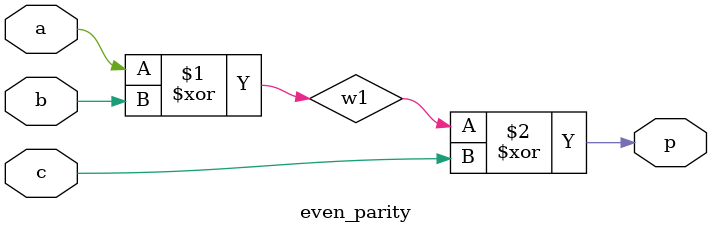
<source format=v>
`timescale 1ns / 1ps
module even_parity(
    input a,
    input b,
    input c,
    output p
    );
// this ciruit is 3 bit parity checker circuit
 wire w1;
 xor (w1, a,b);
 xor (p, w1, c);
 

endmodule

</source>
